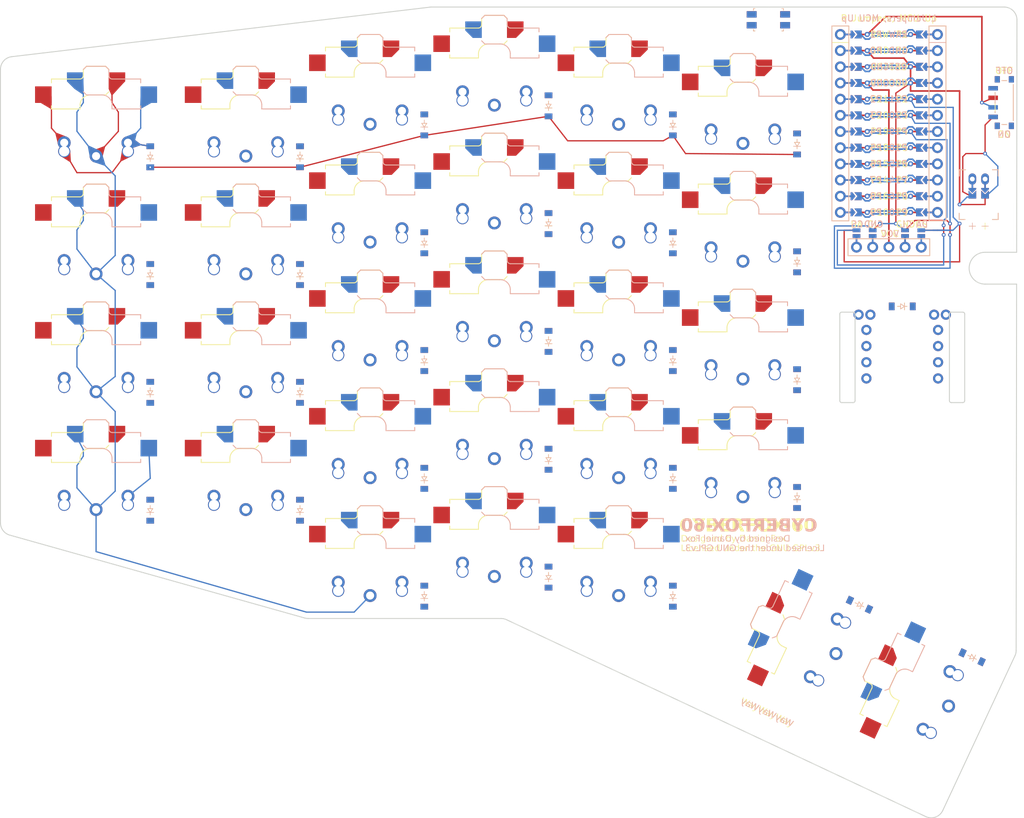
<source format=kicad_pcb>
(kicad_pcb (version 20240108) (generator "pcbnew") (generator_version "8.0")
  (title_block (title "reversible") (date "2024-07-27") (rev "0.5.0") (company "Daniel Fox"))
  (layers (0 "F.Cu" signal) (31 "B.Cu" signal) (34 "B.Paste" user) (35 "F.Paste" user) (36 "B.SilkS" user "B.Silkscreen") (37 "F.SilkS" user "F.Silkscreen") (38 "B.Mask" user) (39 "F.Mask" user) (44 "Edge.Cuts" user))
  (net 0 "")
  (net 1 "P14")
  (net 2 "outer_bottom")
  (net 3 "GND")
  (net 4 "outer_home")
  (net 5 "outer_top")
  (net 6 "outer_num")
  (net 7 "P15")
  (net 8 "pinky_bottom")
  (net 9 "pinky_home")
  (net 10 "pinky_top")
  (net 11 "pinky_num")
  (net 12 "ring_mod")
  (net 13 "P18")
  (net 14 "ring_bottom")
  (net 15 "ring_home")
  (net 16 "ring_top")
  (net 17 "ring_num")
  (net 18 "middle_mod")
  (net 19 "P19")
  (net 20 "middle_bottom")
  (net 21 "middle_home")
  (net 22 "middle_top")
  (net 23 "middle_num")
  (net 24 "index_mod")
  (net 25 "P20")
  (net 26 "index_bottom")
  (net 27 "index_home")
  (net 28 "index_top")
  (net 29 "index_num")
  (net 30 "P21")
  (net 31 "inner_bottom")
  (net 32 "inner_home")
  (net 33 "inner_top")
  (net 34 "inner_num")
  (net 35 "space_cluster")
  (net 36 "extra_cluster")
  (net 37 "P8")
  (net 38 "P9")
  (net 39 "P10")
  (net 40 "P16")
  (net 41 "P7")
  (net 42 "OPTION")
  (net 43 "P1")
  (net 44 "P0")
  (net 45 "unused")
  (net 46 "RAW")
  (net 47 "RST")
  (net 48 "VCC")
  (net 49 "P2")
  (net 50 "P3")
  (net 51 "P4")
  (net 52 "P5")
  (net 53 "P6")
  (net 54 "MCU1_24")
  (net 55 "MCU1_1")
  (net 56 "MCU1_23")
  (net 57 "MCU1_2")
  (net 58 "MCU1_22")
  (net 59 "MCU1_3")
  (net 60 "MCU1_21")
  (net 61 "MCU1_4")
  (net 62 "MCU1_20")
  (net 63 "MCU1_5")
  (net 64 "MCU1_19")
  (net 65 "MCU1_6")
  (net 66 "MCU1_18")
  (net 67 "MCU1_7")
  (net 68 "MCU1_17")
  (net 69 "MCU1_8")
  (net 70 "MCU1_16")
  (net 71 "MCU1_9")
  (net 72 "MCU1_15")
  (net 73 "MCU1_10")
  (net 74 "MCU1_14")
  (net 75 "MCU1_11")
  (net 76 "MCU1_13")
  (net 77 "MCU1_12")
  (net 78 "DISP1_1")
  (net 79 "DISP1_2")
  (net 80 "DISP1_4")
  (net 81 "DISP1_5")
  (net 82 "BAT_P")
  (net 83 "JST1_1")
  (net 84 "JST1_2")
  (footprint "ceoloide:mounting_hole_npth" (layer "F.Cu") (at 51.5 91.5)
    (property "Reference" "MH5" (hide yes))
    (property "Value" "")
  )
  (footprint "ceoloide:mounting_hole_npth" (layer "F.Cu") (at 171.5 89.5)
    (property "Reference" "MH2" (hide yes))
    (property "Value" "")
  )
  (footprint "ceoloide:power_switch_smd_side" (layer "F.Cu") (at 182.5 33.5)
    (property "Reference" "PWR1" (hide yes))
    (property "Value" "")
  )
  (footprint "ceoloide:battery_connector_jst_ph_2" (layer "F.Cu") (at 178.5 45.5)
    (property "Reference" "JST1" (hide yes))
    (property "Value" "")
  )
  (footprint "ceoloide:mounting_hole_npth" (layer "F.Cu") (at 174.76689 112.160428 65)
    (property "Reference" "MH1" (hide yes))
    (property "Value" "")
  )
  (footprint "ceoloide:mounting_hole_npth" (layer "F.Cu") (at 122 116.5)
    (property "Reference" "MH7" (hide yes))
    (property "Value" "")
  )
  (footprint "RollerEncoder_Panasonic_EVQWGD001" (layer "F.Cu") (at 166.5 73)
    (property "Reference" "")
    (property "Value" "EVQWGD001")
    (fp_line (start -9.8 7.3) (end -9.8 -6.3) (stroke (width 0.15)) (layer "Edge.Cuts"))
    (fp_line (start -9.5 -6.6) (end -7.7 -6.6) (stroke (width 0.15)) (layer "Edge.Cuts"))
    (fp_line (start -7.7 7.6) (end -9.5 7.6) (stroke (width 0.15)) (layer "Edge.Cuts"))
    (fp_line (start -7.4 -6.3) (end -7.4 7.3) (stroke (width 0.15)) (layer "Edge.Cuts"))
    (fp_line (start 7.4 -6.3) (end 7.4 7.3) (stroke (width 0.15)) (layer "Edge.Cuts"))
    (fp_line (start 7.7 7.6) (end 9.5 7.6) (stroke (width 0.15)) (layer "Edge.Cuts"))
    (fp_line (start 9.5 -6.6) (end 7.7 -6.6) (stroke (width 0.15)) (layer "Edge.Cuts"))
    (fp_line (start 9.8 7.3) (end 9.8 -6.3) (stroke (width 0.15)) (layer "Edge.Cuts"))
    (fp_arc (start -9.8 -6.3) (mid -9.712132 -6.512132) (end -9.5 -6.6) (stroke (width 0.15)) (layer "Edge.Cuts"))
    (fp_arc (start -9.5 7.6) (mid -9.712132 7.512132) (end -9.8 7.3) (stroke (width 0.15)) (layer "Edge.Cuts"))
    (fp_arc (start -7.7 -6.6) (mid -7.487868 -6.512132) (end -7.4 -6.3) (stroke (width 0.15)) (layer "Edge.Cuts"))
    (fp_arc (start -7.4 7.3) (mid -7.487868 7.512132) (end -7.7 7.6) (stroke (width 0.15)) (layer "Edge.Cuts"))
    (fp_arc (start 7.4 -6.3) (mid 7.487868 -6.512132) (end 7.7 -6.6) (stroke (width 0.15)) (layer "Edge.Cuts"))
    (fp_arc (start 7.7 7.6) (mid 7.487868 7.512132) (end 7.4 7.3) (stroke (width 0.15)) (layer "Edge.Cuts"))
    (fp_arc (start 9.5 -6.6) (mid 9.712132 -6.512132) (end 9.8 -6.3) (stroke (width 0.15)) (layer "Edge.Cuts"))
    (fp_arc (start 9.8 7.3) (mid 9.712132 7.512132) (end 9.5 7.6) (stroke (width 0.15)) (layer "Edge.Cuts"))
  )
  (footprint "ceoloide:display_nice_view" (layer "F.Cu") (at 164.405305 39.5)
    (property "Reference" "DISP1" (hide yes))
    (property "Value" "")
  )
  (footprint "ceoloide:mcu_nice_nano" (layer "F.Cu") (at 164.405305 35.5)
    (property "Reference" "MCU1" (hide yes))
    (property "Value" "")
  )
  (footprint "ceoloide:mounting_hole_npth" (layer "F.Cu") (at 112 56.5)
    (property "Reference" "MH6" (hide yes))
    (property "Value" "")
  )
  (footprint "ceoloide:mounting_hole_npth" (layer "F.Cu") (at 134 22.5)
    (property "Reference" "MH3" (hide yes))
    (property "Value" "")
  )
  (footprint "ceoloide:reset_switch_smd_side" (layer "F.Cu") (at 145.5 20.5)
    (property "Reference" "RST1" (hide yes))
    (property "Value" "")
  )
  (footprint "ceoloide:mounting_hole_npth" (layer "F.Cu") (at 51.5 36)
    (property "Reference" "MH4" (hide yes))
    (property "Value" "")
  )
  (footprint "ceoloide:diode_tht_sod123" (layer "B.Cu") (at 111 89.5 90)
    (property "Reference" "D15" (hide yes))
    (property "Value" "")
  )
  (footprint "ceoloide:diode_tht_sod123" (layer "B.Cu") (at 130.5 92.5 90)
    (property "Reference" "D20" (hide yes))
    (property "Value" "")
  )
  (footprint "ceoloide:switch_choc_v1_v2" (layer "B.Cu") (at 122 86.5)
    (property "Reference" "S20" (hide yes))
    (property "Value" "")
  )
  (footprint "ceoloide:switch_choc_v1_v2" (layer "B.Cu") (at 83 31)
    (property "Reference" "S13" (hide yes))
    (property "Value" "")
  )
  (footprint "ceoloide:diode_tht_sod123" (layer "B.Cu") (at 130.5 55.5 90)
    (property "Reference" "D22" (hide yes))
    (property "Value" "")
  )
  (footprint "ceoloide:switch_choc_v1_v2" (layer "B.Cu") (at 122 68)
    (property "Reference" "S21" (hide yes))
    (property "Value" "")
  )
  (footprint "ceoloide:diode_tht_sod123" (layer "B.Cu") (at 111 108 90)
    (property "Reference" "D14" (hide yes))
    (property "Value" "")
  )
  (footprint "ceoloide:switch_choc_v1_v2" (layer "B.Cu") (at 40 36)
    (property "Reference" "S4" (hide yes))
    (property "Value" "")
  )
  (footprint "ceoloide:diode_tht_sod123" (layer "B.Cu") (at 150 95.5 90)
    (property "Reference" "D24" (hide yes))
    (property "Value" "")
  )
  (footprint "ceoloide:switch_choc_v1_v2" (layer "B.Cu") (at 102.5 102)
    (property "Reference" "S14" (hide yes))
    (property "Value" "")
  )
  (footprint "ceoloide:switch_choc_v1_v2" (layer "B.Cu") (at 83 49.5)
    (property "Reference" "S12" (hide yes))
    (property "Value" "")
  )
  (footprint "ceoloide:switch_choc_v1_v2" (layer "B.Cu") (at 40 91.5)
    (property "Reference" "S1" (hide yes))
    (property "Value" "")
  )
  (footprint "ceoloide:switch_choc_v1_v2" (layer "B.Cu") (at 141.5 71)
    (property "Reference" "S25" (hide yes))
    (property "Value" "")
  )
  (footprint "ceoloide:switch_choc_v1_v2" (layer "B.Cu") (at 150.754614 117.513989 65)
    (property "Reference" "S28" (hide yes))
    (property "Value" "")
  )
  (footprint "ceoloide:switch_choc_v1_v2" (layer "B.Cu") (at 102.5 28)
    (property "Reference" "S18" (hide yes))
    (property "Value" "")
  )
  (footprint "ceoloide:diode_tht_sod123" (layer "B.Cu") (at 130.5 37 90)
    (property "Reference" "D23" (hide yes))
    (property "Value" "")
  )
  (footprint "ceoloide:switch_choc_v1_v2" (layer "B.Cu") (at 102.5 83.5)
    (property "Reference" "S15" (hide yes))
    (property "Value" "")
  )
  (footprint "ceoloide:diode_tht_sod123" (layer "B.Cu") (at 159.784716 112.346082 155)
    (property "Reference" "D28" (hide yes))
    (property "Value" "")
  )
  (footprint "ceoloide:diode_tht_sod123" (layer "B.Cu") (at 48.5 97.5 90)
    (property "Reference" "D1" (hide yes))
    (property "Value" "")
  )
  (footprint "ceoloide:switch_choc_v1_v2" (layer "B.Cu") (at 141.5 34)
    (property "Reference" "S27" (hide yes))
    (property "Value" "")
  )
  (footprint "ceoloide:diode_tht_sod123" (layer "B.Cu") (at 130.5 74 90)
    (property "Reference" "D21" (hide yes))
    (property "Value" "")
  )
  (footprint "ceoloide:switch_choc_v1_v2" (layer "B.Cu") (at 168.427616 125.755045 65)
    (property "Reference" "S29" (hide yes))
    (property "Value" "")
  )
  (footprint "ceoloide:diode_tht_sod123" (layer "B.Cu") (at 72 79 90)
    (property "Reference" "D6" (hide yes))
    (property "Value" "")
  )
  (footprint "ceoloide:diode_tht_sod123" (layer "B.Cu") (at 72 97.5 90)
    (property "Reference" "D5" (hide yes))
    (property "Value" "")
  )
  (footprint "ceoloide:switch_choc_v1_v2" (layer "B.Cu") (at 122 31)
    (property "Reference" "S23" (hide yes))
    (property "Value" "")
  )
  (footprint "ceoloide:diode_tht_sod123" (layer "B.Cu") (at 111 34 90)
    (property "Reference" "D18" (hide yes))
    (property "Value" "")
  )
  (footprint "ceoloide:switch_choc_v1_v2" (layer "B.Cu") (at 63.5 91.5)
    (property "Reference" "S5" (hide yes))
    (property "Value" "")
  )
  (footprint "ceoloide:diode_tht_sod123" (layer "B.Cu") (at 72 60.5 90)
    (property "Reference" "D7" (hide yes))
    (property "Value" "")
  )
  (footprint "ceoloide:switch_choc_v1_v2" (layer "B.Cu") (at 40 54.5)
    (property "Reference" "S3" (hide yes))
    (property "Value" "")
  )
  (footprint "ceoloide:diode_tht_sod123" (layer "B.Cu") (at 91.5 111 90)
    (property "Reference" "D9" (hide yes))
    (property "Value" "")
  )
  (footprint "ceoloide:diode_tht_sod123" (layer "B.Cu") (at 130.5 111 90)
    (property "Reference" "D19" (hide yes))
    (property "Value" "")
  )
  (footprint "ceoloide:switch_choc_v1_v2" (layer "B.Cu") (at 83 86.5)
    (property "Reference" "S10" (hide yes))
    (property "Value" "")
  )
  (footprint "ceoloide:switch_choc_v1_v2" (layer "B.Cu") (at 83 68)
    (property "Reference" "S11" (hide yes))
    (property "Value" "")
  )
  (footprint "ceoloide:diode_tht_sod123" (layer "B.Cu") (at 177.457718 120.587138 155)
    (property "Reference" "D29" (hide yes))
    (property "Value" "")
  )
  (footprint "ceoloide:switch_choc_v1_v2" (layer "B.Cu") (at 141.5 52.5)
    (property "Reference" "S26" (hide yes))
    (property "Value" "")
  )
  (footprint "ceoloide:switch_choc_v1_v2" (layer "B.Cu") (at 122 49.5)
    (property "Reference" "S22" (hide yes))
    (property "Value" "")
  )
  (footprint "ceoloide:diode_tht_sod123" (layer "B.Cu") (at 72 42 90)
    (property "Reference" "D8" (hide yes))
    (property "Value" "")
  )
  (footprint "ceoloide:diode_tht_sod123" (layer "B.Cu") (at 111 71 90)
    (property "Reference" "D16" (hide yes))
    (property "Value" "")
  )
  (footprint "ceoloide:diode_tht_sod123" (layer "B.Cu") (at 111 52.5 90)
    (property "Reference" "D17" (hide yes))
    (property "Value" "")
  )
  (footprint "ceoloide:diode_tht_sod123" (layer "B.Cu") (at 150 77 90)
    (property "Reference" "D25" (hide yes))
    (property "Value" "")
  )
  (footprint "ceoloide:switch_choc_v1_v2" (layer "B.Cu") (at 122 105)
    (property "Reference" "S19" (hide yes))
    (property "Value" "")
  )
  (footprint "ceoloide:switch_choc_v1_v2" (layer "B.Cu") (at 63.5 73)
    (property "Reference" "S6" (hide yes))
    (property "Value" "")
  )
  (footprint "ceoloide:switch_choc_v1_v2" (layer "B.Cu") (at 63.5 54.5)
    (property "Reference" "S7" (hide yes))
    (property "Value" "")
  )
  (footprint "ceoloide:diode_tht_sod123" (layer "B.Cu") (at 48.5 79 90)
    (property "Reference" "D2" (hide yes))
    (property "Value" "")
  )
  (footprint "ceoloide:diode_tht_sod123" (layer "B.Cu") (at 150 58.5 90)
    (property "Reference" "D26" (hide yes))
    (property "Value" "")
  )
  (footprint "ceoloide:diode_tht_sod123" (layer "B.Cu") (at 91.5 37 90)
    (property "Reference" "D13" (hide yes))
    (property "Value" "")
  )
  (footprint "ceoloide:switch_choc_v1_v2" (layer "B.Cu") (at 40 73)
    (property "Reference" "S2" (hide yes))
    (property "Value" "")
  )
  (footprint "ceoloide:switch_choc_v1_v2" (layer "B.Cu") (at 141.5 89.5)
    (property "Reference" "S24" (hide yes))
    (property "Value" "")
  )
  (footprint "ceoloide:diode_tht_sod123" (layer "B.Cu") (at 91.5 74 90)
    (property "Reference" "D11" (hide yes))
    (property "Value" "")
  )
  (footprint "ceoloide:diode_tht_sod123" (layer "B.Cu") (at 48.5 60.5 90)
    (property "Reference" "D3" (hide yes))
    (property "Value" "")
  )
  (footprint "ceoloide:switch_choc_v1_v2" (layer "B.Cu") (at 83 105)
    (property "Reference" "S9" (hide yes))
    (property "Value" "")
  )
  (footprint "ceoloide:diode_tht_sod123" (layer "B.Cu") (at 48.5 42 90)
    (property "Reference" "D4" (hide yes))
    (property "Value" "")
  )
  (footprint "ceoloide:diode_tht_sod123" (layer "B.Cu") (at 166.5 65.5 180)
    (property "Reference" "D30" (hide yes))
    (property "Value" "")
  )
  (footprint "ceoloide:switch_choc_v1_v2" (layer "B.Cu") (at 102.5 46.5)
    (property "Reference" "S17" (hide yes))
    (property "Value" "")
  )
  (footprint "ceoloide:switch_choc_v1_v2" (layer "B.Cu") (at 63.5 36)
    (property "Reference" "S8" (hide yes))
    (property "Value" "")
  )
  (footprint "ceoloide:diode_tht_sod123" (layer "B.Cu") (at 91.5 55.5 90)
    (property "Reference" "D12" (hide yes))
    (property "Value" "")
  )
  (footprint "ceoloide:diode_tht_sod123" (layer "B.Cu") (at 150 40 90)
    (property "Reference" "D27" (hide yes))
    (property "Value" "")
  )
  (footprint "ceoloide:switch_choc_v1_v2" (layer "B.Cu") (at 102.5 65)
    (property "Reference" "S16" (hide yes))
    (property "Value" "")
  )
  (footprint "ceoloide:diode_tht_sod123" (layer "B.Cu") (at 91.5 92.5 90)
    (property "Reference" "D10" (hide yes))
    (property "Value" "")
  )
  (gr_line (start 184.187892 120.351444) (end 172.860885 144.642289) (stroke (width 0.15)) (layer "Edge.Cuts"))
  (gr_arc (start 184.375275 119.508677) (mid 184.327601 119.940292) (end 184.187892 120.351444) (stroke (width 0.15)) (layer "Edge.Cuts"))
  (gr_arc (start 172.860885 144.642289) (mid 171.729535 145.677453) (end 170.197675 145.60716) (stroke (width 0.15)) (layer "Edge.Cuts"))
  (gr_line (start 72.734407 114.425302) (end 26.458509 101.410206) (stroke (width 0.15)) (layer "Edge.Cuts"))
  (gr_arc (start 92.382715 18.5139) (mid 92.500205 18.503478) (end 92.618105 18.5) (stroke (width 0.15)) (layer "Edge.Cuts"))
  (gr_line (start 184.446286 62) (end 184.375275 119.508677) (stroke (width 0.15)) (layer "Edge.Cuts"))
  (gr_line (start 184.497527 20.50247) (end 184.45246 57) (stroke (width 0.15)) (layer "Edge.Cuts"))
  (gr_line (start 26.76461 26.290861) (end 92.382715 18.5139) (stroke (width 0.15)) (layer "Edge.Cuts"))
  (gr_line (start 103.553507 114.5) (end 73.275898 114.5) (stroke (width 0.15)) (layer "Edge.Cuts"))
  (gr_line (start 179.5 62) (end 184.446286 62) (stroke (width 0.15)) (layer "Edge.Cuts"))
  (gr_arc (start 73.275898 114.5) (mid 73.002589 114.481236) (end 72.734407 114.425302) (stroke (width 0.15)) (layer "Edge.Cuts"))
  (gr_arc (start 103.553507 114.5) (mid 103.989272 114.548052) (end 104.4041 114.689892) (stroke (width 0.15)) (layer "Edge.Cuts"))
  (gr_arc (start 25 28.276961) (mid 25.504892 26.948597) (end 26.76461 26.290861) (stroke (width 0.15)) (layer "Edge.Cuts"))
  (gr_arc (start 182.497529 18.5) (mid 183.912597 19.08667) (end 184.497527 20.50247) (stroke (width 0.15)) (layer "Edge.Cuts"))
  (gr_line (start 25 99.484904) (end 25 28.276961) (stroke (width 0.15)) (layer "Edge.Cuts"))
  (gr_line (start 92.618105 18.5) (end 182.497529 18.5) (stroke (width 0.15)) (layer "Edge.Cuts"))
  (gr_line (start 170.197675 145.60716) (end 104.4041 114.689892) (stroke (width 0.15)) (layer "Edge.Cuts"))
  (gr_arc (start 26.458509 101.410206) (mid 25.405793 100.692592) (end 25 99.484904) (stroke (width 0.15)) (layer "Edge.Cuts"))
  (gr_line (start 184.45246 57) (end 179.5 57) (stroke (width 0.15)) (layer "Edge.Cuts"))
  (gr_arc (start 179.5 62) (mid 177 59.5) (end 179.5 57) (stroke (width 0.15)) (layer "Edge.Cuts"))
  (gr_text "Licensed under the GNU GPLv3." (at 132 103.5 0) (layer "B.SilkS") (effects (font (size 1 1)) (justify right mirror)))
  (gr_text "Designed by Daniel Fox." (at 132 102 0) (layer "B.SilkS") (effects (font (size 1 1)) (justify right mirror)))
  (gr_text "CYBERFOX-60" (at 131.75 100 0) (layer "B.SilkS") (effects (font (size 2 2) (thickness 0.15) (bold yes)) (justify right mirror)))
  (gr_text "WayWayWay" (at 145.260577 129.29599 -25) (layer "B.SilkS") (effects (font (size 1 1)) (justify mirror)))
  (gr_text "Licensed under the GNU GPLv3." (at 131.75 103.5 0) (layer "F.SilkS") (effects (font (size 1 1)) (justify left)))
  (gr_text "CYBERFOX-60" (at 131.5 100 0) (layer "F.SilkS") (effects (font (size 2 2) (thickness 0.15) (bold yes)) (justify left)))
  (gr_text "WayWayWay" (at 145.260577 129.29599 -25) (layer "F.SilkS") (effects (font (size 1 1))))
  (gr_text "Designed by Daniel Fox." (at 131.75 102 0) (layer "F.SilkS") (effects (font (size 1 1)) (justify left)))
  (segment (start 43.5 35) (end 43.5 38) (width 0.2) (layer "F.Cu") (net 1))
  (segment (start 42.5 32) (end 42.5 33.5) (width 0.2) (layer "F.Cu") (net 1))
  (segment (start 43.275 30.05) (end 42.5 32) (width 0.2) (layer "F.Cu") (net 1))
  (segment (start 159.630305 45.66) (end 161.005305 45.66) (width 0.25) (layer "F.Cu") (net 1))
  (segment (start 43.5 38) (end 40 41.9) (width 0.2) (layer "F.Cu") (net 1))
  (segment (start 42.5 33.5) (end 43.5 35) (width 0.2) (layer "F.Cu") (net 1))
  (segment (start 38 70.5) (end 37 72) (width 0.2) (layer "B.Cu") (net 1))
  (segment (start 43 76.5) (end 40 78.9) (width 0.2) (layer "B.Cu") (net 1))
  (segment (start 37 72) (end 37 75) (width 0.2) (layer "B.Cu") (net 1))
  (segment (start 38 89) (end 37 90.5) (width 0.2) (layer "B.Cu") (net 1))
  (segment (start 37 56.5) (end 40 60.4) (width 0.2) (layer "B.Cu") (net 1))
  (segment (start 43 57.5) (end 40 60.4) (width 0.2) (layer "B.Cu") (net 1))
  (segment (start 38 69) (end 38 70.5) (width 0.2) (layer "B.Cu") (net 1))
  (segment (start 37 90.5) (end 37 94) (width 0.2) (layer "B.Cu") (net 1))
  (segment (start 38 88) (end 38 89) (width 0.2) (layer "B.Cu") (net 1))
  (segment (start 80.5 113.5) (end 83 110.9) (width 0.2) (layer "B.Cu") (net 1))
  (segment (start 43 63) (end 43 76.5) (width 0.2) (layer "B.Cu") (net 1))
  (segment (start 40 97.4) (end 40 104) (width 0.2) (layer "B.Cu") (net 1))
  (segment (start 40 104) (end 73 113.5) (width 0.2) (layer "B.Cu") (net 1))
  (segment (start 167.505 44.935) (end 167 45.44) (width 0.25) (layer "B.Cu") (net 1))
  (segment (start 37 35) (end 37 38) (width 0.2) (layer "B.Cu") (net 1))
  (segment (start 40 60.4) (end 43 63) (width 0.2) (layer "B.Cu") (net 1))
  (segment (start 167 45.44) (end 161.225305 45.44) (width 0.25) (layer "B.Cu") (net 1))
  (segment (start 38 32) (end 38 33.5) (width 0.2) (layer "B.Cu") (net 1))
  (segment (start 37 94) (end 40 97.4) (width 0.2) (layer "B.Cu") (net 1))
  (segment (start 43 45) (end 43 57.5) (width 0.2) (layer "B.Cu") (net 1))
  (segment (start 36.725 67.05) (end 38 69) (width 0.2) (layer "B.Cu") (net 1))
  (segment (start 169.180305 45.66) (end 168.83061 45.66) (width 0.25) (layer "B.Cu") (net 1))
  (segment (start 43 82) (end 43 94.5) (width 0.2) (layer "B.Cu") (net 1))
  (segment (start 37 53.5) (end 37 56.5) (width 0.2) (layer "B.Cu") (net 1))
  (segment (start 168.10561 44.935) (end 167.505 44.935) (width 0.25) (layer "B.Cu") (net 1))
  (segment (start 43 94.5) (end 40 97.4) (width 0.2) (layer "B.Cu") (net 1))
  (segment (start 37 75) (end 40 78.9) (width 0.2) (layer "B.Cu") (net 1))
  (segment (start 36.725 85.55) (end 38 88) (width 0.2) (layer "B.Cu") (net 1))
  (segment (start 36.725 48.55) (end 38 50.5) (width 0.2) (layer "B.Cu") (net 1))
  (segment (start 37 38) (end 40 41.9) (width 0.2) (layer "B.Cu") (net 1))
  (segment (start 40 78.9) (end 43 82) (width 0.2) (layer "B.Cu") (net 1))
  (segment (start 37.011628 30.488372) (end 38 32) (width 0.2) (layer "B.Cu") (net 1))
  (segment (start 40 41.9) (end 43 45) (width 0.2) (layer "B.Cu") (net 1))
  (segment (start 73 113.5) (end 80.5 113.5) (width 0.2) (layer "B.Cu") (net 1))
  (segment (start 38 33.5) (end 37 35) (width 0.2) (layer "B.Cu") (net 1))
  (segment (start 38 50.5) (end 38 52) (width 0.2) (layer "B.Cu") (net 1))
  (segment (start 38 52) (end 37 53.5) (width 0.2) (layer "B.Cu") (net 1))
  (segment (start 36.725 30.05) (end 37.011628 30.488372) (width 0.2) (layer "B.Cu") (net 1))
  (segment (start 168.83061 45.66) (end 168.10561 44.935) (width 0.25) (layer "B.Cu") (net 1))
  (segment (start 48.275 87.75) (end 48.5 92.5) (width 0.2) (layer "B.Cu") (net 2))
  (segment (start 48.5 92.5) (end 45 95.3) (width 0.2) (layer "B.Cu") (net 2))
  (segment (start 179.5 49.5) (end 179.5 48.316) (width 0.2) (layer "F.Cu") (net 3))
  (segment (start 169.180305 30.42) (end 167.805305 30.42) (width 0.25) (layer "F.Cu") (net 3))
  (segment (start 167.805305 27.88) (end 167.805305 30.42) (width 0.25) (layer "F.Cu") (net 3))
  (segment (start 165.5 32) (end 167.805305 30.42) (width 0.2) (layer "F.Cu") (net 3))
  (segment (start 175.5 49.5) (end 175.5 31.674721) (width 0.25) (layer "F.Cu") (net 3))
  (segment (start 159.630305 25.34) (end 161.005305 25.34) (width 0.25) (layer "F.Cu") (net 3))
  (segment (start 175.5 49.5) (end 179.5 49.5) (width 0.2) (layer "F.Cu") (net 3))
  (segment (start 165.5 52.5) (end 165.5 32) (width 0.2) (layer "F.Cu") (net 3))
  (segment (start 175.5 31.674721) (end 167.804905 31.674721) (width 0.25) (layer "F.Cu") (net 3))
  (segment (start 167.804905 31.674721) (end 167.805305 30.42) (width 0.25) (layer "F.Cu") (net 3))
  (segment (start 161.865305 53.55) (end 163 52.5) (width 0.2) (layer "F.Cu") (net 3))
  (segment (start 162.00047 26.511317) (end 166.748755 26.511317) (width 0.25) (layer "F.Cu") (net 3))
  (segment (start 169.180305 27.88) (end 167.805305 27.88) (width 0.25) (layer "F.Cu") (net 3))
  (segment (start 161.005305 25.34) (end 162.00047 26.511317) (width 0.25) (layer "F.Cu") (net 3))
  (segment (start 166.748755 26.511317) (end 167.805305 27.88) (width 0.25) (layer "F.Cu") (net 3))
  (via (at 175.5 49.5) (size 0.6) (drill 0.3) (layers "F.Cu" "B.Cu") (net 3))
  (via (at 165.5 52.5) (size 0.6) (drill 0.3) (layers "F.Cu" "B.Cu") (net 3))
  (via (at 163 52.5) (size 0.6) (drill 0.3) (layers "F.Cu" "B.Cu") (net 3))
  (segment (start 159.98 30.42) (end 160.705 31.145) (width 0.25) (layer "B.Cu") (net 3))
  (segment (start 161.80061 28.11) (end 167.575305 28.11) (width 0.25) (layer "B.Cu") (net 3))
  (segment (start 176.684 48.316) (end 177.5 48.316) (width 0.2) (layer "B.Cu") (net 3))
  (segment (start 160.705 28.605) (end 161.30561 28.605) (width 0.25) (layer "B.Cu") (net 3))
  (segment (start 169.180305 25.34) (end 168.83061 25.34) (width 0.25) (layer "B.Cu") (net 3))
  (segment (start 166.945305 53.55) (end 165.5 52.5) (width 0.2) (layer "B.Cu") (net 3))
  (segment (start 168.10561 24.615) (end 167.505 24.615) (width 0.25) (layer "B.Cu") (net 3))
  (segment (start 159.630305 27.88) (end 159.98 27.88) (width 0.25) (layer "B.Cu") (net 3))
  (segment (start 159.630305 30.42) (end 159.98 30.42) (width 0.25) (layer "B.Cu") (net 3))
  (segment (start 160.705 31.145) (end 161.30561 31.145) (width 0.25) (layer "B.Cu") (net 3))
  (segment (start 168.83061 25.34) (end 168.10561 24.615) (width 0.25) (layer "B.Cu") (net 3))
  (segment (start 165.5 52.5) (end 163 52.5) (width 0.2) (layer "B.Cu") (net 3))
  (segment (start 159.98 27.88) (end 160.705 28.605) (width 0.25) (layer "B.Cu") (net 3))
  (segment (start 161.30561 28.605) (end 161.80061 28.11) (width 0.25) (layer "B.Cu") (net 3))
  (segment (start 175.5 49.5) (end 176.684 48.316) (width 0.2) (layer "B.Cu") (net 3))
  (segment (start 161.80061 30.65) (end 167.575305 30.65) (width 0.25) (layer "B.Cu") (net 3))
  (segment (start 167.505 24.615) (end 167 25.12) (width 0.25) (layer "B.Cu") (net 3))
  (segment (start 161.30561 31.145) (end 161.80061 30.65) (width 0.25) (layer "B.Cu") (net 3))
  (segment (start 167 25.12) (end 161.225305 25.12) (width 0.25) (layer "B.Cu") (net 3))
  (segment (start 33 37.5) (end 35 39.8) (width 0.2) (layer "F.Cu") (net 6))
  (segment (start 45 39.8) (end 48.5 40.35) (width 0.2) (layer "F.Cu") (net 6))
  (segment (start 37 44.5) (end 42.5 44.5) (width 0.2) (layer "F.Cu") (net 6))
  (segment (start 35 41.15) (end 37 44.5) (width 0.2) (layer "F.Cu") (net 6))
  (segment (start 31.725 32.25) (end 33 34.5) (width 0.2) (layer "F.Cu") (net 6))
  (segment (start 42.5 44.5) (end 45 41.15) (width 0.2) (layer "F.Cu") (net 6))
  (segment (start 33 34.5) (end 33 37.5) (width 0.2) (layer "F.Cu") (net 6))
  (segment (start 45 39.8) (end 48.5 40.35) (width 0.2) (layer "B.Cu") (net 6))
  (segment (start 48.275 32.25) (end 47 34) (width 0.2) (layer "B.Cu") (net 6))
  (segment (start 47 37.5) (end 45 39.8) (width 0.2) (layer "B.Cu") (net 6))
  (segment (start 47 34) (end 47 37.5) (width 0.2) (layer "B.Cu") (net 6))
  (segment (start 159.630305 43.12) (end 161.005305 43.12) (width 0.25) (layer "F.Cu") (net 7))
  (segment (start 168.83061 43.12) (end 168.10561 42.395) (width 0.25) (layer "B.Cu") (net 7))
  (segment (start 169.180305 43.12) (end 168.83061 43.12) (width 0.25) (layer "B.Cu") (net 7))
  (segment (start 167.505 42.395) (end 167 42.9) (width 0.25) (layer "B.Cu") (net 7))
  (segment (start 167 42.9) (end 161.225305 42.9) (width 0.25) (layer "B.Cu") (net 7))
  (segment (start 168.10561 42.395) (end 167.505 42.395) (width 0.25) (layer "B.Cu") (net 7))
  (segment (start 159.630305 40.58) (end 161.005305 40.58) (width 0.25) (layer "F.Cu") (net 13))
  (segment (start 168.83061 40.58) (end 168.10561 39.855) (width 0.25) (layer "B.Cu") (net 13))
  (segment (start 167.505 39.855) (end 167 40.36) (width 0.25) (layer "B.Cu") (net 13))
  (segment (start 168.10561 39.855) (end 167.505 39.855) (width 0.25) (layer "B.Cu") (net 13))
  (segment (start 167 40.36) (end 161.225305 40.36) (width 0.25) (layer "B.Cu") (net 13))
  (segment (start 169.180305 40.58) (end 168.83061 40.58) (width 0.25) (layer "B.Cu") (net 13))
  (segment (start 159.630305 38.04) (end 161.005305 38.04) (width 0.25) (layer "F.Cu") (net 19))
  (segment (start 168.83061 38.04) (end 168.10561 37.315) (width 0.25) (layer "B.Cu") (net 19))
  (segment (start 169.180305 38.04) (end 168.83061 38.04) (width 0.25) (layer "B.Cu") (net 19))
  (segment (start 168.10561 37.315) (end 167.505 37.315) (width 0.25) (layer "B.Cu") (net 19))
  (segment (start 167.505 37.315) (end 167 37.82) (width 0.25) (layer "B.Cu") (net 19))
  (segment (start 167 37.82) (end 161.225305 37.82) (width 0.25) (layer "B.Cu") (net 19))
  (segment (start 159.630305 35.5) (end 161.005305 35.5) (width 0.25) (layer "F.Cu") (net 25))
  (segment (start 167.505 34.775) (end 167 35.28) (width 0.25) (layer "B.Cu") (net 25))
  (segment (start 167 35.28) (end 161.225305 35.28) (width 0.25) (layer "B.Cu") (net 25))
  (segment (start 169.180305 35.5) (end 168.83061 35.5) (width 0.25) (layer "B.Cu") (net 25))
  (segment (start 168.10561 34.775) (end 167.505 34.775) (width 0.25) (layer "B.Cu") (net 25))
  (segment (start 168.83061 35.5) (end 168.10561 34.775) (width 0.25) (layer "B.Cu") (net 25))
  (segment (start 159.630305 32.96) (end 161.005305 32.96) (width 0.25) (layer "F.Cu") (net 30))
  (segment (start 167.505 32.235) (end 167 32.74) (width 0.25) (layer "B.Cu") (net 30))
  (segment (start 169.180305 32.96) (end 168.83061 32.96) (width 0.25) (layer "B.Cu") (net 30))
  (segment (start 168.83061 32.96) (end 168.10561 32.235) (width 0.25) (layer "B.Cu") (net 30))
  (segment (start 167 32.74) (end 161.225305 32.74) (width 0.25) (layer "B.Cu") (net 30))
  (segment (start 168.10561 32.235) (end 167.505 32.235) (width 0.25) (layer "B.Cu") (net 30))
  (segment (start 169.180305 48.2) (end 167.805305 48.2) (width 0.25) (layer "F.Cu") (net 37))
  (segment (start 159.98 48.2) (end 160.705 48.925) (width 0.25) (layer "B.Cu") (net 37))
  (segment (start 159.630305 48.2) (end 159.98 48.2) (width 0.25) (layer "B.Cu") (net 37))
  (segment (start 161.80061 48.43) (end 167.575305 48.43) (width 0.25) (layer "B.Cu") (net 37))
  (segment (start 161.30561 48.925) (end 161.80061 48.43) (width 0.25) (layer "B.Cu") (net 37))
  (segment (start 160.705 48.925) (end 161.30561 48.925) (width 0.25) (layer "B.Cu") (net 37))
  (segment (start 169.180305 50.74) (end 167.805305 50.74) (width 0.25) (layer "F.Cu") (net 38))
  (segment (start 161.80061 50.97) (end 167.575305 50.97) (width 0.25) (layer "B.Cu") (net 38))
  (segment (start 159.98 50.74) (end 160.705 51.465) (width 0.25) (layer "B.Cu") (net 38))
  (segment (start 159.630305 50.74) (end 159.98 50.74) (width 0.25) (layer "B.Cu") (net 38))
  (segment (start 161.30561 51.465) (end 161.80061 50.97) (width 0.25) (layer "B.Cu") (net 38))
  (segment (start 160.705 51.465) (end 161.30561 51.465) (width 0.25) (layer "B.Cu") (net 38))
  (segment (start 159.630305 50.74) (end 161.005305 50.74) (width 0.25) (layer "F.Cu") (net 39))
  (segment (start 168.83061 50.74) (end 168.10561 50.015) (width 0.25) (layer "B.Cu") (net 39))
  (segment (start 169.180305 50.74) (end 168.83061 50.74) (width 0.25) (layer "B.Cu") (net 39))
  (segment (start 168.10561 50.015) (end 167.505 50.015) (width 0.25) (layer "B.Cu") (net 39))
  (segment (start 167 50.52) (end 161.225305 50.52) (width 0.25) (layer "B.Cu") (net 39))
  (segment (start 167.505 50.015) (end 167 50.52) (width 0.25) (layer "B.Cu") (net 39))
  (segment (start 48.5 43.65) (end 72 43.65) (width 0.2) (layer "F.Cu") (net 40))
  (segment (start 130.5 38.65) (end 132.5 41.5) (width 0.2) (layer "F.Cu") (net 40))
  (segment (start 111 35.65) (end 114 39.5) (width 0.2) (layer "F.Cu") (net 40))
  (segment (start 159.630305 48.2) (end 161.005305 48.2) (width 0.25) (layer "F.Cu") (net 40))
  (segment (start 129 39.5) (end 130.5 38.65) (width 0.2) (layer "F.Cu") (net 40))
  (segment (start 91.5 38.65) (end 111 35.65) (width 0.2) (layer "F.Cu") (net 40))
  (segment (start 132.5 41.5) (end 150 41.65) (width 0.2) (layer "F.Cu") (net 40))
  (segment (start 114 39.5) (end 129 39.5) (width 0.2) (layer "F.Cu") (net 40))
  (segment (start 72 43.65) (end 91.5 38.65) (width 0.2) (layer "F.Cu") (net 40))
  (segment (start 167.505 47.475) (end 167 47.98) (width 0.25) (layer "B.Cu") (net 40))
  (segment (start 168.10561 47.475) (end 167.505 47.475) (width 0.25) (layer "B.Cu") (net 40))
  (segment (start 168.83061 48.2) (end 168.10561 47.475) (width 0.25) (layer "B.Cu") (net 40))
  (segment (start 167 47.98) (end 161.225305 47.98) (width 0.25) (layer "B.Cu") (net 40))
  (segment (start 169.180305 48.2) (end 168.83061 48.2) (width 0.25) (layer "B.Cu") (net 40))
  (segment (start 169.180305 45.66) (end 167.805305 45.66) (width 0.25) (layer "F.Cu") (net 41))
  (segment (start 161.80061 45.89) (end 167.575305 45.89) (width 0.25) (layer "B.Cu") (net 41))
  (segment (start 160.705 46.385) (end 161.30561 46.385) (width 0.25) (layer "B.Cu") (net 41))
  (segment (start 159.98 45.66) (end 160.705 46.385) (width 0.25) (layer "B.Cu") (net 41))
  (segment (start 159.630305 45.66) (end 159.98 45.66) (width 0.25) (layer "B.Cu") (net 41))
  (segment (start 161.30561 46.385) (end 161.80061 45.89) (width 0.25) (layer "B.Cu") (net 41))
  (segment (start 169.180305 22.8) (end 167.805305 22.8) (width 0.25) (layer "F.Cu") (net 43))
  (segment (start 161.30561 23.525) (end 161.80061 23.03) (width 0.25) (layer "B.Cu") (net 43))
  (segment (start 159.630305 22.8) (end 159.98 22.8) (width 0.25) (layer "B.Cu") (net 43))
  (segment (start 160.705 23.525) (end 161.30561 23.525) (width 0.25) (layer "B.Cu") (net 43))
  (segment (start 159.98 22.8) (end 160.705 23.525) (width 0.25) (layer "B.Cu") (net 43))
  (segment (start 161.80061 23.03) (end 167.575305 23.03) (width 0.25) (layer "B.Cu") (net 43))
  (segment (start 169.180305 25.34) (end 167.805305 25.34) (width 0.25) (layer "F.Cu") (net 44))
  (segment (start 160.705 26.065) (end 161.30561 26.065) (width 0.25) (layer "B.Cu") (net 44))
  (segment (start 161.30561 26.065) (end 161.80061 25.57) (width 0.25) (layer "B.Cu") (net 44))
  (segment (start 159.98 25.34) (end 160.705 26.065) (width 0.25) (layer "B.Cu") (net 44))
  (segment (start 161.80061 25.57) (end 167.575305 25.57) (width 0.25) (layer "B.Cu") (net 44))
  (segment (start 159.630305 25.34) (end 159.98 25.34) (width 0.25) (layer "B.Cu") (net 44))
  (segment (start 164 20) (end 179 20) (width 0.25) (layer "F.Cu") (net 46))
  (segment (start 161.005305 22.8) (end 163.905305 20) (width 0.25) (layer "F.Cu") (net 46))
  (segment (start 179 33.5) (end 180.765 32.75) (width 0.2) (layer "F.Cu") (net 46))
  (segment (start 179 20) (end 179 33.5) (width 0.25) (layer "F.Cu") (net 46))
  (segment (start 159.630305 22.8) (end 161.005305 22.8) (width 0.25) (layer "F.Cu") (net 46))
  (via (at 179 33.5) (size 0.6) (drill 0.3) (layers "F.Cu" "B.Cu") (net 46))
  (segment (start 167 22.58) (end 161.225305 22.58) (width 0.25) (layer "B.Cu") (net 46))
  (segment (start 168.10561 22.075) (end 167.505 22.075) (width 0.25) (layer "B.Cu") (net 46))
  (segment (start 179 33.5) (end 180.765 34.25) (width 0.2) (layer "B.Cu") (net 46))
  (segment (start 169.180305 22.8) (end 168.83061 22.8) (width 0.25) (layer "B.Cu") (net 46))
  (segment (start 168.83061 22.8) (end 168.10561 22.075) (width 0.25) (layer "B.Cu") (net 46))
  (segment (start 167.505 22.075) (end 167 22.58) (width 0.25) (layer "B.Cu") (net 46))
  (segment (start 159.630305 27.88) (end 161.005305 27.88) (width 0.25) (layer "F.Cu") (net 47))
  (segment (start 167.505 27.155) (end 167 27.66) (width 0.25) (layer "B.Cu") (net 47))
  (segment (start 168.10561 27.155) (end 167.505 27.155) (width 0.25) (layer "B.Cu") (net 47))
  (segment (start 169.180305 27.88) (end 168.83061 27.88) (width 0.25) (layer "B.Cu") (net 47))
  (segment (start 168.83061 27.88) (end 168.10561 27.155) (width 0.25) (layer "B.Cu") (net 47))
  (segment (start 167 27.66) (end 161.225305 27.66) (width 0.25) (layer "B.Cu") (net 47))
  (segment (start 161.005305 30.42) (end 161.898079 31.522379) (width 0.25) (layer "F.Cu") (net 48))
  (segment (start 159.630305 30.42) (end 161.005305 30.42) (width 0.25) (layer "F.Cu") (net 48))
  (segment (start 164.405305 31.522379) (end 164.405305 56.2) (width 0.25) (layer "F.Cu") (net 48))
  (segment (start 164.405305 31.522379) (end 161.898079 31.522379) (width 0.25) (layer "F.Cu") (net 48))
  (segment (start 169.180305 30.42) (end 168.83061 30.42) (width 0.25) (layer "B.Cu") (net 48))
  (segment (start 167 30.2) (end 161.225305 30.2) (width 0.25) (layer "B.Cu") (net 48))
  (segment (start 167.505 29.695) (end 167 30.2) (width 0.25) (layer "B.Cu") (net 48))
  (segment (start 168.10561 29.695) (end 167.505 29.695) (width 0.25) (layer "B.Cu") (net 48))
  (segment (start 168.83061 30.42) (end 168.10561 29.695) (width 0.25) (layer "B.Cu") (net 48))
  (segment (start 169.180305 32.96) (end 167.805305 32.96) (width 0.25) (layer "F.Cu") (net 49))
  (segment (start 157.387732 58.5) (end 175.5 58.5) (width 0.2) (layer "F.Cu") (net 49))
  (segment (start 175.5 52.5) (end 175.5 58.5) (width 0.2) (layer "F.Cu") (net 49))
  (segment (start 159.325305 53.55) (end 157.387732 53.553972) (width 0.2) (layer "F.Cu") (net 49))
  (segment (start 157.387732 53.553972) (end 157.387732 58.5) (width 0.2) (layer "F.Cu") (net 49))
  (via (at 175.5 52.5) (size 0.6) (drill 0.3) (layers "F.Cu" "B.Cu") (net 49))
  (segment (start 175.5 52.5) (end 174.45 53.55) (width 0.2) (layer "B.Cu") (net 49))
  (segment (start 174.5 51.5) (end 174.5 34.248277) (width 0.2) (layer "B.Cu") (net 49))
  (segment (start 161.80061 33.19) (end 167.575305 33.19) (width 0.25) (layer "B.Cu") (net 49))
  (segment (start 168.466017 34.248277) (end 167.805305 32.96) (width 0.2) (layer "B.Cu") (net 49))
  (segment (start 175.5 52.5) (end 174.5 51.5) (width 0.2) (layer "B.Cu") (net 49))
  (segment (start 160.705 33.685) (end 161.30561 33.685) (width 0.25) (layer "B.Cu") (net 49))
  (segment (start 174.45 53.55) (end 171.32058 53.55) (width 0.2) (layer "B.Cu") (net 49))
  (segment (start 159.98 32.96) (end 160.705 33.685) (width 0.25) (layer "B.Cu") (net 49))
  (segment (start 174.45 53.55) (end 169.485305 53.55) (width 0.2) (layer "B.Cu") (net 49))
  (segment (start 161.30561 33.685) (end 161.80061 33.19) (width 0.25) (layer "B.Cu") (net 49))
  (segment (start 174.5 34.248277) (end 168.466017 34.248277) (width 0.2) (layer "B.Cu") (net 49))
  (segment (start 159.630305 32.96) (end 159.98 32.96) (width 0.25) (layer "B.Cu") (net 49))
  (segment (start 174 52.5) (end 173.5 52) (width 0.2) (layer "F.Cu") (net 50))
  (segment (start 168.5 52) (end 166.945305 53.55) (width 0.2) (layer "F.Cu") (net 50))
  (segment (start 173.5 52) (end 168.5 52) (width 0.2) (layer "F.Cu") (net 50))
  (segment (start 169.180305 35.5) (end 167.805305 35.5) (width 0.25) (layer "F.Cu") (net 50))
  (segment (start 174 52.5) (end 174 54.267227) (width 0.2) (layer "F.Cu") (net 50))
  (via (at 174 52.5) (size 0.6) (drill 0.3) (layers "F.Cu" "B.Cu") (net 50))
  (via (at 174 54.267227) (size 0.6) (drill 0.3) (layers "F.Cu" "B.Cu") (net 50))
  (segment (start 159.98 35.5) (end 160.705 36.225) (width 0.25) (layer "B.Cu") (net 50))
  (segment (start 155.858152 59.5) (end 174 59.5) (width 0.2) (layer "B.Cu") (net 50))
  (segment (start 174 59.5) (end 174 54.267227) (width 0.2) (layer "B.Cu") (net 50))
  (segment (start 174 36.75) (end 168.501537 36.75) (width 0.2) (layer "B.Cu") (net 50))
  (segment (start 160.705 36.225) (end 161.30561 36.225) (width 0.25) (layer "B.Cu") (net 50))
  (segment (start 174 52.5) (end 174 36.75) (width 0.2) (layer "B.Cu") (net 50))
  (segment (start 161.865305 53.55) (end 161.181394 52.866089) (width 0.2) (layer "B.Cu") (net 50))
  (segment (start 168.501537 36.75) (end 167.805305 35.5) (width 0.2) (layer "B.Cu") (net 50))
  (segment (start 161.80061 35.73) (end 167.575305 35.73) (width 0.25) (layer "B.Cu") (net 50))
  (segment (start 155.858152 52.866089) (end 155.858152 59.5) (width 0.2) (layer "B.Cu") (net 50))
  (segment (start 159.630305 35.5) (end 159.98 35.5) (width 0.25) (layer "B.Cu") (net 50))
  (segment (start 161.181394 52.866089) (end 155.858152 52.866089) (width 0.2) (layer "B.Cu") (net 50))
  (segment (start 161.30561 36.225) (end 161.80061 35.73) (width 0.25) (layer "B.Cu") (net 50))
  (segment (start 169.180305 38.04) (end 167.805305 38.04) (width 0.25) (layer "F.Cu") (net 51))
  (segment (start 173 53.55) (end 173 54.267227) (width 0.2) (layer "F.Cu") (net 51))
  (segment (start 172.05 53.55) (end 172 53.55) (width 0.2) (layer "F.Cu") (net 51))
  (segment (start 173 53.55) (end 173 52.768292) (width 0.2) (layer "F.Cu") (net 51))
  (segment (start 173 53.55) (end 169.485305 53.55) (width 0.2) (layer "F.Cu") (net 51))
  (via (at 173 54.267227) (size 0.6) (drill 0.3) (layers "F.Cu" "B.Cu") (net 51))
  (via (at 173 52.768292) (size 0.6) (drill 0.3) (layers "F.Cu" "B.Cu") (net 51))
  (segment (start 173.5 39.325) (end 168.700448 39.325) (width 0.2) (layer "B.Cu") (net 51))
  (segment (start 173 54.267227) (end 173 59) (width 0.2) (layer "B.Cu") (net 51))
  (segment (start 161.30561 38.765) (end 161.80061 38.27) (width 0.25) (layer "B.Cu") (net 51))
  (segment (start 156.318135 59) (end 156.318135 53.549725) (width 0.2) (layer "B.Cu") (net 51))
  (segment (start 159.98 38.04) (end 160.705 38.765) (width 0.25) (layer "B.Cu") (net 51))
  (segment (start 156.318135 53.549725) (end 159.325305 53.55) (width 0.2) (layer "B.Cu") (net 51))
  (segment (start 168.700448 39.325) (end 167.805305 38.04) (width 0.2) (layer "B.Cu") (net 51))
  (segment (start 173 52.768292) (end 173 52) (width 0.2) (layer "B.Cu") (net 51))
  (segment (start 161.80061 38.27) (end 167.575305 38.27) (width 0.25) (layer "B.Cu") (net 51))
  (segment (start 159.630305 38.04) (end 159.98 38.04) (width 0.25) (layer "B.Cu") (net 51))
  (segment (start 173 52) (end 173.5 51.5) (width 0.2) (layer "B.Cu") (net 51))
  (segment (start 160.705 38.765) (end 161.30561 38.765) (width 0.25) (layer "B.Cu") (net 51))
  (segment (start 173.5 51.5) (end 173.5 39.325) (width 0.2) (layer "B.Cu") (net 51))
  (segment (start 173 59) (end 156.318135 59) (width 0.2) (layer "B.Cu") (net 51))
  (segment (start 169.180305 40.58) (end 167.805305 40.58) (width 0.25) (layer "F.Cu") (net 52))
  (segment (start 159.630305 40.58) (end 159.98 40.58) (width 0.25) (layer "B.Cu") (net 52))
  (segment (start 160.705 41.305) (end 161.30561 41.305) (width 0.25) (layer "B.Cu") (net 52))
  (segment (start 159.98 40.58) (end 160.705 41.305) (width 0.25) (layer "B.Cu") (net 52))
  (segment (start 161.30561 41.305) (end 161.80061 40.81) (width 0.25) (layer "B.Cu") (net 52))
  (segment (start 161.80061 40.81) (end 167.575305 40.81) (width 0.25) (layer "B.Cu") (net 52))
  (segment (start 169.180305 43.12) (end 167.805305 43.12) (width 0.25) (layer "F.Cu") (net 53))
  (segment (start 159.98 43.12) (end 160.705 43.845) (width 0.25) (layer "B.Cu") (net 53))
  (segment (start 159.630305 43.12) (end 159.98 43.12) (width 0.25) (layer "B.Cu") (net 53))
  (segment (start 161.80061 43.35) (end 167.575305 43.35) (width 0.25) (layer "B.Cu") (net 53))
  (segment (start 161.30561 43.845) (end 161.80061 43.35) (width 0.25) (layer "B.Cu") (net 53))
  (segment (start 160.705 43.845) (end 161.30561 43.845) (width 0.25) (layer "B.Cu") (net 53))
  (segment (start 156.785305 22.8) (end 158.905305 22.8) (width 0.25) (layer "F.Cu") (net 54))
  (segment (start 156.785305 22.8) (end 158.905305 22.8) (width 0.25) (layer "B.Cu") (net 54))
  (segment (start 169.905305 22.8) (end 172.025305 22.8) (width 0.25) (layer "F.Cu") (net 55))
  (segment (start 172.025305 22.8) (end 169.905305 22.8) (width 0.25) (layer "B.Cu") (net 55))
  (segment (start 156.785305 25.34) (end 158.905305 25.34) (width 0.25) (layer "F.Cu") (net 56))
  (segment (start 156.785305 25.34) (end 158.905305 25.34) (width 0.25) (layer "B.Cu") (net 56))
  (segment (start 169.905305 25.34) (end 172.025305 25.34) (width 0.25) (layer "F.Cu") (net 57))
  (segment (start 172.025305 25.34) (end 169.905305 25.34) (width 0.25) (layer "B.Cu") (net 57))
  (segment (start 156.785305 27.88) (end 158.905305 27.88) (width 0.25) (layer "F.Cu") (net 58))
  (segment (start 156.785305 27.88) (end 158.905305 27.88) (width 0.25) (layer "B.Cu") (net 58))
  (segment (start 169.905305 27.88) (end 172.025305 27.88) (width 0.25) (layer "F.Cu") (net 59))
  (segment (start 172.025305 27.88) (end 169.905305 27.88) (width 0.25) (layer "B.Cu") (net 59))
  (segment (start 156.785305 30.42) (end 158.905305 30.42) (width 0.25) (layer "F.Cu") (net 60))
  (segment (start 156.785305 30.42) (end 158.905305 30.42) (width 0.25) (layer "B.Cu") (net 60))
  (segment (start 169.905305 30.42) (end 172.025305 30.42) (width 0.25) (layer "F.Cu") (net 61))
  (segment (start 172.025305 30.42) (end 169.905305 30.42) (width 0.25) (layer "B.Cu") (net 61))
  (segment (start 156.785305 32.96) (end 158.905305 32.96) (width 0.25) (layer "F.Cu") (net 62))
  (segment (start 156.785305 32.96) (end 158.905305 32.96) (width 0.25) (layer "B.Cu") (net 62))
  (segment (start 169.905305 32.96) (end 172.025305 32.96) (width 0.25) (layer "F.Cu") (net 63))
  (segment (start 172.025305 32.96) (end 169.905305 32.96) (width 0.25) (layer "B.Cu") (net 63))
  (segment (start 156.785305 35.5) (end 158.905305 35.5) (width 0.25) (layer "F.Cu") (net 64))
  (segment (start 156.785305 35.5) (end 158.905305 35.5) (width 0.25) (layer "B.Cu") (net 64))
  (segment (start 169.905305 35.5) (end 172.025305 35.5) (width 0.25) (layer "F.Cu") (net 65))
  (segment (start 172.025305 35.5) (end 169.905305 35.5) (width 0.25) (layer "B.Cu") (net 65))
  (segment (start 156.785305 38.04) (end 158.905305 38.04) (width 0.25) (layer "F.Cu") (net 66))
  (segment (start 156.785305 38.04) (end 158.905305 38.04) (width 0.25) (layer "B.Cu") (net 66))
  (segment (start 169.905305 38.04) (end 172.025305 38.04) (width 0.25) (layer "F.Cu") (net 67))
  (segment (start 172.025305 38.04) (end 169.905305 38.04) (width 0.25) (layer "B.Cu") (net 67))
  (segment (start 156.785305 40.58) (end 158.905305 40.58) (width 0.25) (layer "F.Cu") (net 68))
  (segment (start 156.785305 40.58) (end 158.905305 40.58) (width 0.25) (layer "B.Cu") (net 68))
  (segment (start 169.905305 40.58) (end 172.025305 40.58) (width 0.25) (layer "F.Cu") (net 69))
  (segment (start 172.025305 40.58) (end 169.905305 40.58) (width 0.25) (layer "B.Cu") (net 69))
  (segment (start 156.785305 43.12) (end 158.905305 43.12) (width 0.25) (layer "F.Cu") (net 70))
  (segment (start 156.785305 43.12) (end 158.905305 43.12) (width 0.25) (layer "B.Cu") (net 70))
  (segment (start 169.905305 43.12) (end 172.025305 43.12) (width 0.25) (layer "F.Cu") (net 71))
  (segment (start 172.025305 43.12) (end 169.905305 43.12) (width 0.25) (layer "B.Cu") (net 71))
  (segment (start 156.785305 45.66) (end 158.905305 45.66) (width 0.25) (layer "F.Cu") (net 72))
  (segment (start 156.785305 45.66) (end 158.905305 45.66) (width 0.25) (layer "B.Cu") (net 72))
  (segment (start 169.905305 45.66) (end 172.025305 45.66) (width 0.25) (layer "F.Cu") (net 73))
  (segment (start 172.025305 45.66) (end 169.905305 45.66) (width 0.25) (layer "B.Cu") (net 73))
  (segment (start 156.785305 48.2) (end 158.905305 48.2) (width 0.25) (layer "F.Cu") (net 74))
  (segment (start 156.785305 48.2) (end 158.905305 48.2) (width 0.25) (layer "B.Cu") (net 74))
  (segment (start 169.905305 48.2) (end 172.025305 48.2) (width 0.25) (layer "F.Cu") (net 75))
  (segment (start 172.025305 48.2) (end 169.905305 48.2) (width 0.25) (layer "B.Cu") (net 75))
  (segment (start 156.785305 50.74) (end 158.905305 50.74) (width 0.25) (layer "F.Cu") (net 76))
  (segment (start 156.785305 50.74) (end 158.905305 50.74) (width 0.25) (layer "B.Cu") (net 76))
  (segment (start 169.905305 50.74) (end 172.025305 50.74) (width 0.25) (layer "F.Cu") (net 77))
  (segment (start 172.025305 50.74) (end 169.905305 50.74) (width 0.25) (layer "B.Cu") (net 77))
  (segment (start 159.325305 56.2) (end 159.325305 54.45) (width 0.25) (layer "F.Cu") (net 78))
  (segment (start 159.325305 56.2) (end 159.325305 54.45) (width 0.25) (layer "B.Cu") (net 78))
  (segment (start 161.865305 56.2) (end 161.865305 54.45) (width 0.25) (layer "F.Cu") (net 79))
  (segment (start 161.865305 56.2) (end 161.865305 54.45) (width 0.25) (layer "B.Cu") (net 79))
  (segment (start 166.945305 56.2) (end 166.945305 54.45) (width 0.25) (layer "F.Cu") (net 80))
  (segment (start 166.945305 56.2) (end 166.945305 54.45) (width 0.25) (layer "B.Cu") (net 80))
  (segment (start 169.485305 56.2) (end 169.485305 54.45) (width 0.25) (layer "F.Cu") (net 81))
  (segment (start 169.485305 56.2) (end 169.485305 54.45) (width 0.25) (layer "B.Cu") (net 81))
  (segment (start 176 42) (end 176 47.5) (width 0.2) (layer "F.Cu") (net 82))
  (segment (start 179.5 41.5) (end 179.5 37.015) (width 0.2) (layer "F.Cu") (net 82))
  (segment (start 176 47.5) (end 177.5 48.316) (width 0.2) (layer "F.Cu") (net 82))
  (segment (start 179.5 41.5) (end 176.5 41.5) (width 0.2) (layer "F.Cu") (net 82))
  (segment (start 179.5 37.015) (end 180.765 35.75) (width 0.2) (layer "F.Cu") (net 82))
  (segment (start 176.5 41.5) (end 176 42) (width 0.2) (layer "F.Cu") (net 82))
  (via (at 179.5 41.5) (size 0.6) (drill 0.3) (layers "F.Cu" "B.Cu") (net 82))
  (segment (start 181.5 43.5) (end 181.5 46.5) (width 0.2) (layer "B.Cu") (net 82))
  (segment (start 179.5 41.5) (end 181.5 43.5) (width 0.2) (layer "B.Cu") (net 82))
  (segment (start 181.5 46.5) (end 179.5 48.316) (width 0.2) (layer "B.Cu") (net 82))
  (segment (start 177.5 47.3) (end 177.5 45.5) (width 0.25) (layer "F.Cu") (net 83))
  (segment (start 177.5 47.3) (end 177.5 45.5) (width 0.25) (layer "B.Cu") (net 83))
  (segment (start 179.5 47.3) (end 179.5 45.5) (width 0.25) (layer "F.Cu") (net 84))
  (segment (start 179.5 47.3) (end 179.5 45.5) (width 0.25) (layer "B.Cu") (net 84))
)
</source>
